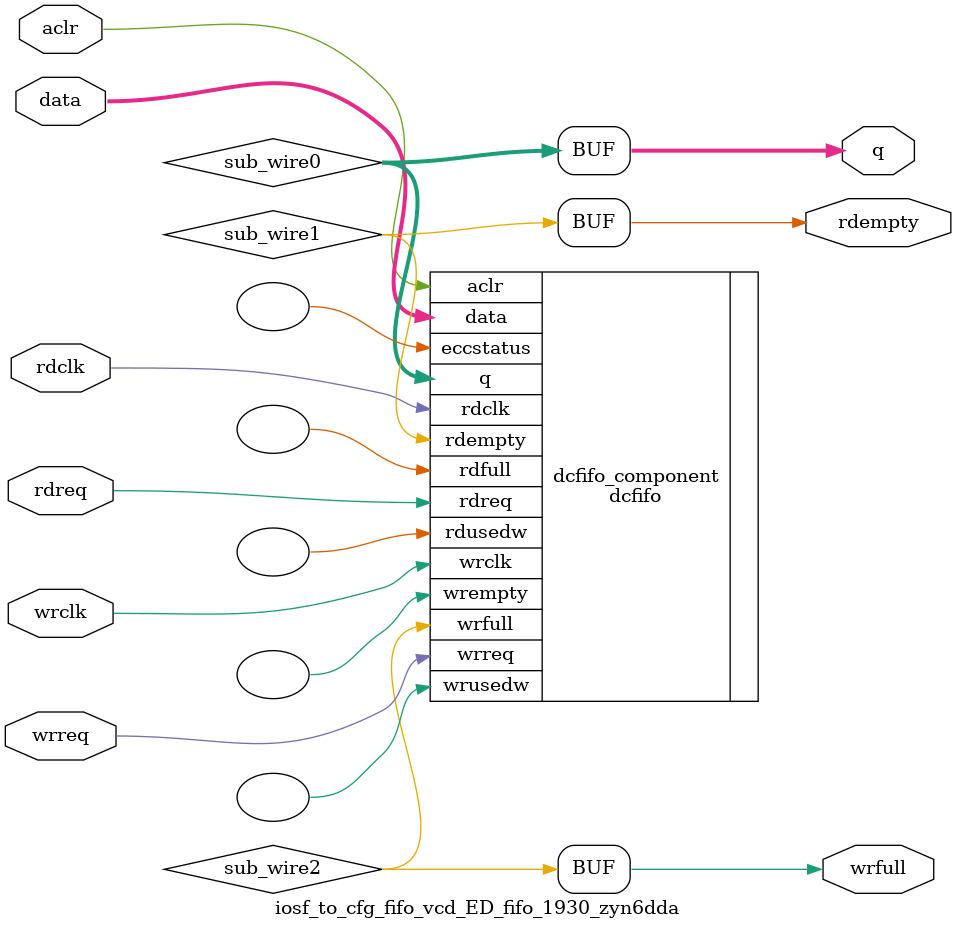
<source format=v>



`timescale 1 ps / 1 ps
// synopsys translate_on
module  iosf_to_cfg_fifo_vcd_ED_fifo_1930_zyn6dda  (
    aclr,
    data,
    rdclk,
    rdreq,
    wrclk,
    wrreq,
    q,
    rdempty,
    wrfull);

    input    aclr;
    input  [143:0]  data;
    input    rdclk;
    input    rdreq;
    input    wrclk;
    input    wrreq;
    output [143:0]  q;
    output   rdempty;
    output   wrfull;
`ifndef ALTERA_RESERVED_QIS
// synopsys translate_off
`endif
    tri0     aclr;
`ifndef ALTERA_RESERVED_QIS
// synopsys translate_on
`endif

    wire [143:0] sub_wire0;
    wire  sub_wire1;
    wire  sub_wire2;
    wire [143:0] q = sub_wire0[143:0];
    wire  rdempty = sub_wire1;
    wire  wrfull = sub_wire2;

    dcfifo  dcfifo_component (
                .aclr (aclr),
                .data (data),
                .rdclk (rdclk),
                .rdreq (rdreq),
                .wrclk (wrclk),
                .wrreq (wrreq),
                .q (sub_wire0),
                .rdempty (sub_wire1),
                .wrfull (sub_wire2),
                .eccstatus (),
                .rdfull (),
                .rdusedw (),
                .wrempty (),
                .wrusedw ());
    defparam
        dcfifo_component.enable_ecc  = "FALSE",
        dcfifo_component.intended_device_family  = "Agilex 7",
        dcfifo_component.lpm_hint  = "DISABLE_DCFIFO_EMBEDDED_TIMING_CONSTRAINT=TRUE",
        dcfifo_component.lpm_numwords  = 8,
        dcfifo_component.lpm_showahead  = "ON",
        dcfifo_component.lpm_type  = "dcfifo",
        dcfifo_component.lpm_width  = 144,
        dcfifo_component.lpm_widthu  = 3,
        dcfifo_component.overflow_checking  = "ON",
        dcfifo_component.rdsync_delaypipe  = 5,
        dcfifo_component.read_aclr_synch  = "ON",
        dcfifo_component.underflow_checking  = "ON",
        dcfifo_component.use_eab  = "ON",
        dcfifo_component.write_aclr_synch  = "OFF",
        dcfifo_component.wrsync_delaypipe  = 5;


endmodule



</source>
